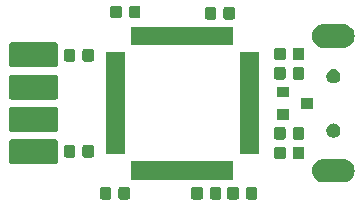
<source format=gbr>
G04 #@! TF.GenerationSoftware,KiCad,Pcbnew,5.1.6-c6e7f7d~86~ubuntu20.04.1*
G04 #@! TF.CreationDate,2020-05-29T14:13:17+02:00*
G04 #@! TF.ProjectId,atari-usb,61746172-692d-4757-9362-2e6b69636164,rev?*
G04 #@! TF.SameCoordinates,Original*
G04 #@! TF.FileFunction,Soldermask,Bot*
G04 #@! TF.FilePolarity,Negative*
%FSLAX46Y46*%
G04 Gerber Fmt 4.6, Leading zero omitted, Abs format (unit mm)*
G04 Created by KiCad (PCBNEW 5.1.6-c6e7f7d~86~ubuntu20.04.1) date 2020-05-29 14:13:17*
%MOMM*%
%LPD*%
G01*
G04 APERTURE LIST*
%ADD10C,0.100000*%
G04 APERTURE END LIST*
D10*
G36*
X142734591Y-91553085D02*
G01*
X142768569Y-91563393D01*
X142799890Y-91580134D01*
X142827339Y-91602661D01*
X142849866Y-91630110D01*
X142866607Y-91661431D01*
X142876915Y-91695409D01*
X142881000Y-91736890D01*
X142881000Y-92413110D01*
X142876915Y-92454591D01*
X142866607Y-92488569D01*
X142849866Y-92519890D01*
X142827339Y-92547339D01*
X142799890Y-92569866D01*
X142768569Y-92586607D01*
X142734591Y-92596915D01*
X142693110Y-92601000D01*
X142091890Y-92601000D01*
X142050409Y-92596915D01*
X142016431Y-92586607D01*
X141985110Y-92569866D01*
X141957661Y-92547339D01*
X141935134Y-92519890D01*
X141918393Y-92488569D01*
X141908085Y-92454591D01*
X141904000Y-92413110D01*
X141904000Y-91736890D01*
X141908085Y-91695409D01*
X141918393Y-91661431D01*
X141935134Y-91630110D01*
X141957661Y-91602661D01*
X141985110Y-91580134D01*
X142016431Y-91563393D01*
X142050409Y-91553085D01*
X142091890Y-91549000D01*
X142693110Y-91549000D01*
X142734591Y-91553085D01*
G37*
G36*
X141159591Y-91553085D02*
G01*
X141193569Y-91563393D01*
X141224890Y-91580134D01*
X141252339Y-91602661D01*
X141274866Y-91630110D01*
X141291607Y-91661431D01*
X141301915Y-91695409D01*
X141306000Y-91736890D01*
X141306000Y-92413110D01*
X141301915Y-92454591D01*
X141291607Y-92488569D01*
X141274866Y-92519890D01*
X141252339Y-92547339D01*
X141224890Y-92569866D01*
X141193569Y-92586607D01*
X141159591Y-92596915D01*
X141118110Y-92601000D01*
X140516890Y-92601000D01*
X140475409Y-92596915D01*
X140441431Y-92586607D01*
X140410110Y-92569866D01*
X140382661Y-92547339D01*
X140360134Y-92519890D01*
X140343393Y-92488569D01*
X140333085Y-92454591D01*
X140329000Y-92413110D01*
X140329000Y-91736890D01*
X140333085Y-91695409D01*
X140343393Y-91661431D01*
X140360134Y-91630110D01*
X140382661Y-91602661D01*
X140410110Y-91580134D01*
X140441431Y-91563393D01*
X140475409Y-91553085D01*
X140516890Y-91549000D01*
X141118110Y-91549000D01*
X141159591Y-91553085D01*
G37*
G36*
X139686591Y-91553085D02*
G01*
X139720569Y-91563393D01*
X139751890Y-91580134D01*
X139779339Y-91602661D01*
X139801866Y-91630110D01*
X139818607Y-91661431D01*
X139828915Y-91695409D01*
X139833000Y-91736890D01*
X139833000Y-92413110D01*
X139828915Y-92454591D01*
X139818607Y-92488569D01*
X139801866Y-92519890D01*
X139779339Y-92547339D01*
X139751890Y-92569866D01*
X139720569Y-92586607D01*
X139686591Y-92596915D01*
X139645110Y-92601000D01*
X139043890Y-92601000D01*
X139002409Y-92596915D01*
X138968431Y-92586607D01*
X138937110Y-92569866D01*
X138909661Y-92547339D01*
X138887134Y-92519890D01*
X138870393Y-92488569D01*
X138860085Y-92454591D01*
X138856000Y-92413110D01*
X138856000Y-91736890D01*
X138860085Y-91695409D01*
X138870393Y-91661431D01*
X138887134Y-91630110D01*
X138909661Y-91602661D01*
X138937110Y-91580134D01*
X138968431Y-91563393D01*
X139002409Y-91553085D01*
X139043890Y-91549000D01*
X139645110Y-91549000D01*
X139686591Y-91553085D01*
G37*
G36*
X138111591Y-91553085D02*
G01*
X138145569Y-91563393D01*
X138176890Y-91580134D01*
X138204339Y-91602661D01*
X138226866Y-91630110D01*
X138243607Y-91661431D01*
X138253915Y-91695409D01*
X138258000Y-91736890D01*
X138258000Y-92413110D01*
X138253915Y-92454591D01*
X138243607Y-92488569D01*
X138226866Y-92519890D01*
X138204339Y-92547339D01*
X138176890Y-92569866D01*
X138145569Y-92586607D01*
X138111591Y-92596915D01*
X138070110Y-92601000D01*
X137468890Y-92601000D01*
X137427409Y-92596915D01*
X137393431Y-92586607D01*
X137362110Y-92569866D01*
X137334661Y-92547339D01*
X137312134Y-92519890D01*
X137295393Y-92488569D01*
X137285085Y-92454591D01*
X137281000Y-92413110D01*
X137281000Y-91736890D01*
X137285085Y-91695409D01*
X137295393Y-91661431D01*
X137312134Y-91630110D01*
X137334661Y-91602661D01*
X137362110Y-91580134D01*
X137393431Y-91563393D01*
X137427409Y-91553085D01*
X137468890Y-91549000D01*
X138070110Y-91549000D01*
X138111591Y-91553085D01*
G37*
G36*
X131939591Y-91553085D02*
G01*
X131973569Y-91563393D01*
X132004890Y-91580134D01*
X132032339Y-91602661D01*
X132054866Y-91630110D01*
X132071607Y-91661431D01*
X132081915Y-91695409D01*
X132086000Y-91736890D01*
X132086000Y-92413110D01*
X132081915Y-92454591D01*
X132071607Y-92488569D01*
X132054866Y-92519890D01*
X132032339Y-92547339D01*
X132004890Y-92569866D01*
X131973569Y-92586607D01*
X131939591Y-92596915D01*
X131898110Y-92601000D01*
X131296890Y-92601000D01*
X131255409Y-92596915D01*
X131221431Y-92586607D01*
X131190110Y-92569866D01*
X131162661Y-92547339D01*
X131140134Y-92519890D01*
X131123393Y-92488569D01*
X131113085Y-92454591D01*
X131109000Y-92413110D01*
X131109000Y-91736890D01*
X131113085Y-91695409D01*
X131123393Y-91661431D01*
X131140134Y-91630110D01*
X131162661Y-91602661D01*
X131190110Y-91580134D01*
X131221431Y-91563393D01*
X131255409Y-91553085D01*
X131296890Y-91549000D01*
X131898110Y-91549000D01*
X131939591Y-91553085D01*
G37*
G36*
X130364591Y-91553085D02*
G01*
X130398569Y-91563393D01*
X130429890Y-91580134D01*
X130457339Y-91602661D01*
X130479866Y-91630110D01*
X130496607Y-91661431D01*
X130506915Y-91695409D01*
X130511000Y-91736890D01*
X130511000Y-92413110D01*
X130506915Y-92454591D01*
X130496607Y-92488569D01*
X130479866Y-92519890D01*
X130457339Y-92547339D01*
X130429890Y-92569866D01*
X130398569Y-92586607D01*
X130364591Y-92596915D01*
X130323110Y-92601000D01*
X129721890Y-92601000D01*
X129680409Y-92596915D01*
X129646431Y-92586607D01*
X129615110Y-92569866D01*
X129587661Y-92547339D01*
X129565134Y-92519890D01*
X129548393Y-92488569D01*
X129538085Y-92454591D01*
X129534000Y-92413110D01*
X129534000Y-91736890D01*
X129538085Y-91695409D01*
X129548393Y-91661431D01*
X129565134Y-91630110D01*
X129587661Y-91602661D01*
X129615110Y-91580134D01*
X129646431Y-91563393D01*
X129680409Y-91553085D01*
X129721890Y-91549000D01*
X130323110Y-91549000D01*
X130364591Y-91553085D01*
G37*
G36*
X150306228Y-89168483D02*
G01*
X150494922Y-89225723D01*
X150668815Y-89318671D01*
X150821239Y-89443761D01*
X150946329Y-89596185D01*
X151039277Y-89770078D01*
X151096517Y-89958772D01*
X151115843Y-90155000D01*
X151096517Y-90351228D01*
X151039277Y-90539922D01*
X150946329Y-90713815D01*
X150821239Y-90866239D01*
X150668815Y-90991329D01*
X150494922Y-91084277D01*
X150306228Y-91141517D01*
X150159175Y-91156000D01*
X148460825Y-91156000D01*
X148313772Y-91141517D01*
X148125078Y-91084277D01*
X147951185Y-90991329D01*
X147798761Y-90866239D01*
X147673671Y-90713815D01*
X147580723Y-90539922D01*
X147523483Y-90351228D01*
X147504157Y-90155000D01*
X147523483Y-89958772D01*
X147580723Y-89770078D01*
X147673671Y-89596185D01*
X147798761Y-89443761D01*
X147951185Y-89318671D01*
X148125078Y-89225723D01*
X148313772Y-89168483D01*
X148460825Y-89154000D01*
X150159175Y-89154000D01*
X150306228Y-89168483D01*
G37*
G36*
X140851000Y-90956000D02*
G01*
X132199000Y-90956000D01*
X132199000Y-89354000D01*
X140851000Y-89354000D01*
X140851000Y-90956000D01*
G37*
G36*
X125823494Y-87518111D02*
G01*
X125857726Y-87528496D01*
X125889286Y-87545365D01*
X125916940Y-87568060D01*
X125939635Y-87595714D01*
X125956504Y-87627274D01*
X125966889Y-87661506D01*
X125971000Y-87703252D01*
X125971000Y-89426748D01*
X125966889Y-89468494D01*
X125956504Y-89502726D01*
X125939635Y-89534286D01*
X125916940Y-89561940D01*
X125889286Y-89584635D01*
X125857726Y-89601504D01*
X125823494Y-89611889D01*
X125781748Y-89616000D01*
X122058252Y-89616000D01*
X122016506Y-89611889D01*
X121982274Y-89601504D01*
X121950714Y-89584635D01*
X121923060Y-89561940D01*
X121900365Y-89534286D01*
X121883496Y-89502726D01*
X121873111Y-89468494D01*
X121869000Y-89426748D01*
X121869000Y-87703252D01*
X121873111Y-87661506D01*
X121883496Y-87627274D01*
X121900365Y-87595714D01*
X121923060Y-87568060D01*
X121950714Y-87545365D01*
X121982274Y-87528496D01*
X122016506Y-87518111D01*
X122058252Y-87514000D01*
X125781748Y-87514000D01*
X125823494Y-87518111D01*
G37*
G36*
X146697091Y-88124085D02*
G01*
X146731069Y-88134393D01*
X146762390Y-88151134D01*
X146789839Y-88173661D01*
X146812366Y-88201110D01*
X146829107Y-88232431D01*
X146839415Y-88266409D01*
X146843500Y-88307890D01*
X146843500Y-88984110D01*
X146839415Y-89025591D01*
X146829107Y-89059569D01*
X146812366Y-89090890D01*
X146789839Y-89118339D01*
X146762390Y-89140866D01*
X146731069Y-89157607D01*
X146697091Y-89167915D01*
X146655610Y-89172000D01*
X146054390Y-89172000D01*
X146012909Y-89167915D01*
X145978931Y-89157607D01*
X145947610Y-89140866D01*
X145920161Y-89118339D01*
X145897634Y-89090890D01*
X145880893Y-89059569D01*
X145870585Y-89025591D01*
X145866500Y-88984110D01*
X145866500Y-88307890D01*
X145870585Y-88266409D01*
X145880893Y-88232431D01*
X145897634Y-88201110D01*
X145920161Y-88173661D01*
X145947610Y-88151134D01*
X145978931Y-88134393D01*
X146012909Y-88124085D01*
X146054390Y-88120000D01*
X146655610Y-88120000D01*
X146697091Y-88124085D01*
G37*
G36*
X145122091Y-88124085D02*
G01*
X145156069Y-88134393D01*
X145187390Y-88151134D01*
X145214839Y-88173661D01*
X145237366Y-88201110D01*
X145254107Y-88232431D01*
X145264415Y-88266409D01*
X145268500Y-88307890D01*
X145268500Y-88984110D01*
X145264415Y-89025591D01*
X145254107Y-89059569D01*
X145237366Y-89090890D01*
X145214839Y-89118339D01*
X145187390Y-89140866D01*
X145156069Y-89157607D01*
X145122091Y-89167915D01*
X145080610Y-89172000D01*
X144479390Y-89172000D01*
X144437909Y-89167915D01*
X144403931Y-89157607D01*
X144372610Y-89140866D01*
X144345161Y-89118339D01*
X144322634Y-89090890D01*
X144305893Y-89059569D01*
X144295585Y-89025591D01*
X144291500Y-88984110D01*
X144291500Y-88307890D01*
X144295585Y-88266409D01*
X144305893Y-88232431D01*
X144322634Y-88201110D01*
X144345161Y-88173661D01*
X144372610Y-88151134D01*
X144403931Y-88134393D01*
X144437909Y-88124085D01*
X144479390Y-88120000D01*
X145080610Y-88120000D01*
X145122091Y-88124085D01*
G37*
G36*
X127316591Y-87997085D02*
G01*
X127350569Y-88007393D01*
X127381890Y-88024134D01*
X127409339Y-88046661D01*
X127431866Y-88074110D01*
X127448607Y-88105431D01*
X127458915Y-88139409D01*
X127463000Y-88180890D01*
X127463000Y-88857110D01*
X127458915Y-88898591D01*
X127448607Y-88932569D01*
X127431866Y-88963890D01*
X127409339Y-88991339D01*
X127381890Y-89013866D01*
X127350569Y-89030607D01*
X127316591Y-89040915D01*
X127275110Y-89045000D01*
X126673890Y-89045000D01*
X126632409Y-89040915D01*
X126598431Y-89030607D01*
X126567110Y-89013866D01*
X126539661Y-88991339D01*
X126517134Y-88963890D01*
X126500393Y-88932569D01*
X126490085Y-88898591D01*
X126486000Y-88857110D01*
X126486000Y-88180890D01*
X126490085Y-88139409D01*
X126500393Y-88105431D01*
X126517134Y-88074110D01*
X126539661Y-88046661D01*
X126567110Y-88024134D01*
X126598431Y-88007393D01*
X126632409Y-87997085D01*
X126673890Y-87993000D01*
X127275110Y-87993000D01*
X127316591Y-87997085D01*
G37*
G36*
X128891591Y-87997085D02*
G01*
X128925569Y-88007393D01*
X128956890Y-88024134D01*
X128984339Y-88046661D01*
X129006866Y-88074110D01*
X129023607Y-88105431D01*
X129033915Y-88139409D01*
X129038000Y-88180890D01*
X129038000Y-88857110D01*
X129033915Y-88898591D01*
X129023607Y-88932569D01*
X129006866Y-88963890D01*
X128984339Y-88991339D01*
X128956890Y-89013866D01*
X128925569Y-89030607D01*
X128891591Y-89040915D01*
X128850110Y-89045000D01*
X128248890Y-89045000D01*
X128207409Y-89040915D01*
X128173431Y-89030607D01*
X128142110Y-89013866D01*
X128114661Y-88991339D01*
X128092134Y-88963890D01*
X128075393Y-88932569D01*
X128065085Y-88898591D01*
X128061000Y-88857110D01*
X128061000Y-88180890D01*
X128065085Y-88139409D01*
X128075393Y-88105431D01*
X128092134Y-88074110D01*
X128114661Y-88046661D01*
X128142110Y-88024134D01*
X128173431Y-88007393D01*
X128207409Y-87997085D01*
X128248890Y-87993000D01*
X128850110Y-87993000D01*
X128891591Y-87997085D01*
G37*
G36*
X131626000Y-88781000D02*
G01*
X130024000Y-88781000D01*
X130024000Y-80129000D01*
X131626000Y-80129000D01*
X131626000Y-88781000D01*
G37*
G36*
X143026000Y-88781000D02*
G01*
X141424000Y-88781000D01*
X141424000Y-80129000D01*
X143026000Y-80129000D01*
X143026000Y-88781000D01*
G37*
G36*
X145122091Y-86473085D02*
G01*
X145156069Y-86483393D01*
X145187390Y-86500134D01*
X145214839Y-86522661D01*
X145237366Y-86550110D01*
X145254107Y-86581431D01*
X145264415Y-86615409D01*
X145268500Y-86656890D01*
X145268500Y-87333110D01*
X145264415Y-87374591D01*
X145254107Y-87408569D01*
X145237366Y-87439890D01*
X145214839Y-87467339D01*
X145187390Y-87489866D01*
X145156069Y-87506607D01*
X145122091Y-87516915D01*
X145080610Y-87521000D01*
X144479390Y-87521000D01*
X144437909Y-87516915D01*
X144403931Y-87506607D01*
X144372610Y-87489866D01*
X144345161Y-87467339D01*
X144322634Y-87439890D01*
X144305893Y-87408569D01*
X144295585Y-87374591D01*
X144291500Y-87333110D01*
X144291500Y-86656890D01*
X144295585Y-86615409D01*
X144305893Y-86581431D01*
X144322634Y-86550110D01*
X144345161Y-86522661D01*
X144372610Y-86500134D01*
X144403931Y-86483393D01*
X144437909Y-86473085D01*
X144479390Y-86469000D01*
X145080610Y-86469000D01*
X145122091Y-86473085D01*
G37*
G36*
X146697091Y-86473085D02*
G01*
X146731069Y-86483393D01*
X146762390Y-86500134D01*
X146789839Y-86522661D01*
X146812366Y-86550110D01*
X146829107Y-86581431D01*
X146839415Y-86615409D01*
X146843500Y-86656890D01*
X146843500Y-87333110D01*
X146839415Y-87374591D01*
X146829107Y-87408569D01*
X146812366Y-87439890D01*
X146789839Y-87467339D01*
X146762390Y-87489866D01*
X146731069Y-87506607D01*
X146697091Y-87516915D01*
X146655610Y-87521000D01*
X146054390Y-87521000D01*
X146012909Y-87516915D01*
X145978931Y-87506607D01*
X145947610Y-87489866D01*
X145920161Y-87467339D01*
X145897634Y-87439890D01*
X145880893Y-87408569D01*
X145870585Y-87374591D01*
X145866500Y-87333110D01*
X145866500Y-86656890D01*
X145870585Y-86615409D01*
X145880893Y-86581431D01*
X145897634Y-86550110D01*
X145920161Y-86522661D01*
X145947610Y-86500134D01*
X145978931Y-86483393D01*
X146012909Y-86473085D01*
X146054390Y-86469000D01*
X146655610Y-86469000D01*
X146697091Y-86473085D01*
G37*
G36*
X149446601Y-86169397D02*
G01*
X149485305Y-86177096D01*
X149517340Y-86190365D01*
X149594680Y-86222400D01*
X149693115Y-86288173D01*
X149776827Y-86371885D01*
X149842600Y-86470320D01*
X149887904Y-86579696D01*
X149911000Y-86695805D01*
X149911000Y-86814195D01*
X149887904Y-86930304D01*
X149842600Y-87039680D01*
X149776827Y-87138115D01*
X149693115Y-87221827D01*
X149594680Y-87287600D01*
X149517340Y-87319635D01*
X149485305Y-87332904D01*
X149446601Y-87340603D01*
X149369195Y-87356000D01*
X149250805Y-87356000D01*
X149173399Y-87340603D01*
X149134695Y-87332904D01*
X149102660Y-87319635D01*
X149025320Y-87287600D01*
X148926885Y-87221827D01*
X148843173Y-87138115D01*
X148777400Y-87039680D01*
X148732096Y-86930304D01*
X148709000Y-86814195D01*
X148709000Y-86695805D01*
X148732096Y-86579696D01*
X148777400Y-86470320D01*
X148843173Y-86371885D01*
X148926885Y-86288173D01*
X149025320Y-86222400D01*
X149102660Y-86190365D01*
X149134695Y-86177096D01*
X149173399Y-86169397D01*
X149250805Y-86154000D01*
X149369195Y-86154000D01*
X149446601Y-86169397D01*
G37*
G36*
X125823494Y-84778111D02*
G01*
X125857726Y-84788496D01*
X125889286Y-84805365D01*
X125916940Y-84828060D01*
X125939635Y-84855714D01*
X125956504Y-84887274D01*
X125966889Y-84921506D01*
X125971000Y-84963252D01*
X125971000Y-86686748D01*
X125966889Y-86728494D01*
X125956504Y-86762726D01*
X125939635Y-86794286D01*
X125916940Y-86821940D01*
X125889286Y-86844635D01*
X125857726Y-86861504D01*
X125823494Y-86871889D01*
X125781748Y-86876000D01*
X122058252Y-86876000D01*
X122016506Y-86871889D01*
X121982274Y-86861504D01*
X121950714Y-86844635D01*
X121923060Y-86821940D01*
X121900365Y-86794286D01*
X121883496Y-86762726D01*
X121873111Y-86728494D01*
X121869000Y-86686748D01*
X121869000Y-84963252D01*
X121873111Y-84921506D01*
X121883496Y-84887274D01*
X121900365Y-84855714D01*
X121923060Y-84828060D01*
X121950714Y-84805365D01*
X121982274Y-84788496D01*
X122016506Y-84778111D01*
X122058252Y-84774000D01*
X125781748Y-84774000D01*
X125823494Y-84778111D01*
G37*
G36*
X145551000Y-85856000D02*
G01*
X144549000Y-85856000D01*
X144549000Y-84954000D01*
X145551000Y-84954000D01*
X145551000Y-85856000D01*
G37*
G36*
X147551000Y-84906000D02*
G01*
X146549000Y-84906000D01*
X146549000Y-84004000D01*
X147551000Y-84004000D01*
X147551000Y-84906000D01*
G37*
G36*
X125823494Y-82038111D02*
G01*
X125857726Y-82048496D01*
X125889286Y-82065365D01*
X125916940Y-82088060D01*
X125939635Y-82115714D01*
X125956504Y-82147274D01*
X125966889Y-82181506D01*
X125971000Y-82223252D01*
X125971000Y-83946748D01*
X125966889Y-83988494D01*
X125956504Y-84022726D01*
X125939635Y-84054286D01*
X125916940Y-84081940D01*
X125889286Y-84104635D01*
X125857726Y-84121504D01*
X125823494Y-84131889D01*
X125781748Y-84136000D01*
X122058252Y-84136000D01*
X122016506Y-84131889D01*
X121982274Y-84121504D01*
X121950714Y-84104635D01*
X121923060Y-84081940D01*
X121900365Y-84054286D01*
X121883496Y-84022726D01*
X121873111Y-83988494D01*
X121869000Y-83946748D01*
X121869000Y-82223252D01*
X121873111Y-82181506D01*
X121883496Y-82147274D01*
X121900365Y-82115714D01*
X121923060Y-82088060D01*
X121950714Y-82065365D01*
X121982274Y-82048496D01*
X122016506Y-82038111D01*
X122058252Y-82034000D01*
X125781748Y-82034000D01*
X125823494Y-82038111D01*
G37*
G36*
X145551000Y-83956000D02*
G01*
X144549000Y-83956000D01*
X144549000Y-83054000D01*
X145551000Y-83054000D01*
X145551000Y-83956000D01*
G37*
G36*
X149446601Y-81569397D02*
G01*
X149485305Y-81577096D01*
X149505833Y-81585599D01*
X149594680Y-81622400D01*
X149693115Y-81688173D01*
X149776827Y-81771885D01*
X149842600Y-81870320D01*
X149887904Y-81979696D01*
X149911000Y-82095805D01*
X149911000Y-82214195D01*
X149887904Y-82330304D01*
X149842600Y-82439680D01*
X149776827Y-82538115D01*
X149693115Y-82621827D01*
X149594680Y-82687600D01*
X149517340Y-82719635D01*
X149485305Y-82732904D01*
X149446601Y-82740603D01*
X149369195Y-82756000D01*
X149250805Y-82756000D01*
X149173399Y-82740603D01*
X149134695Y-82732904D01*
X149102660Y-82719635D01*
X149025320Y-82687600D01*
X148926885Y-82621827D01*
X148843173Y-82538115D01*
X148777400Y-82439680D01*
X148732096Y-82330304D01*
X148709000Y-82214195D01*
X148709000Y-82095805D01*
X148732096Y-81979696D01*
X148777400Y-81870320D01*
X148843173Y-81771885D01*
X148926885Y-81688173D01*
X149025320Y-81622400D01*
X149114167Y-81585599D01*
X149134695Y-81577096D01*
X149173399Y-81569397D01*
X149250805Y-81554000D01*
X149369195Y-81554000D01*
X149446601Y-81569397D01*
G37*
G36*
X146697091Y-81393085D02*
G01*
X146731069Y-81403393D01*
X146762390Y-81420134D01*
X146789839Y-81442661D01*
X146812366Y-81470110D01*
X146829107Y-81501431D01*
X146839415Y-81535409D01*
X146843500Y-81576890D01*
X146843500Y-82253110D01*
X146839415Y-82294591D01*
X146829107Y-82328569D01*
X146812366Y-82359890D01*
X146789839Y-82387339D01*
X146762390Y-82409866D01*
X146731069Y-82426607D01*
X146697091Y-82436915D01*
X146655610Y-82441000D01*
X146054390Y-82441000D01*
X146012909Y-82436915D01*
X145978931Y-82426607D01*
X145947610Y-82409866D01*
X145920161Y-82387339D01*
X145897634Y-82359890D01*
X145880893Y-82328569D01*
X145870585Y-82294591D01*
X145866500Y-82253110D01*
X145866500Y-81576890D01*
X145870585Y-81535409D01*
X145880893Y-81501431D01*
X145897634Y-81470110D01*
X145920161Y-81442661D01*
X145947610Y-81420134D01*
X145978931Y-81403393D01*
X146012909Y-81393085D01*
X146054390Y-81389000D01*
X146655610Y-81389000D01*
X146697091Y-81393085D01*
G37*
G36*
X145122091Y-81393085D02*
G01*
X145156069Y-81403393D01*
X145187390Y-81420134D01*
X145214839Y-81442661D01*
X145237366Y-81470110D01*
X145254107Y-81501431D01*
X145264415Y-81535409D01*
X145268500Y-81576890D01*
X145268500Y-82253110D01*
X145264415Y-82294591D01*
X145254107Y-82328569D01*
X145237366Y-82359890D01*
X145214839Y-82387339D01*
X145187390Y-82409866D01*
X145156069Y-82426607D01*
X145122091Y-82436915D01*
X145080610Y-82441000D01*
X144479390Y-82441000D01*
X144437909Y-82436915D01*
X144403931Y-82426607D01*
X144372610Y-82409866D01*
X144345161Y-82387339D01*
X144322634Y-82359890D01*
X144305893Y-82328569D01*
X144295585Y-82294591D01*
X144291500Y-82253110D01*
X144291500Y-81576890D01*
X144295585Y-81535409D01*
X144305893Y-81501431D01*
X144322634Y-81470110D01*
X144345161Y-81442661D01*
X144372610Y-81420134D01*
X144403931Y-81403393D01*
X144437909Y-81393085D01*
X144479390Y-81389000D01*
X145080610Y-81389000D01*
X145122091Y-81393085D01*
G37*
G36*
X125823494Y-79298111D02*
G01*
X125857726Y-79308496D01*
X125889286Y-79325365D01*
X125916940Y-79348060D01*
X125939635Y-79375714D01*
X125956504Y-79407274D01*
X125966889Y-79441506D01*
X125971000Y-79483252D01*
X125971000Y-81206748D01*
X125966889Y-81248494D01*
X125956504Y-81282726D01*
X125939635Y-81314286D01*
X125916940Y-81341940D01*
X125889286Y-81364635D01*
X125857726Y-81381504D01*
X125823494Y-81391889D01*
X125781748Y-81396000D01*
X122058252Y-81396000D01*
X122016506Y-81391889D01*
X121982274Y-81381504D01*
X121950714Y-81364635D01*
X121923060Y-81341940D01*
X121900365Y-81314286D01*
X121883496Y-81282726D01*
X121873111Y-81248494D01*
X121869000Y-81206748D01*
X121869000Y-79483252D01*
X121873111Y-79441506D01*
X121883496Y-79407274D01*
X121900365Y-79375714D01*
X121923060Y-79348060D01*
X121950714Y-79325365D01*
X121982274Y-79308496D01*
X122016506Y-79298111D01*
X122058252Y-79294000D01*
X125781748Y-79294000D01*
X125823494Y-79298111D01*
G37*
G36*
X128891591Y-79869085D02*
G01*
X128925569Y-79879393D01*
X128956890Y-79896134D01*
X128984339Y-79918661D01*
X129006866Y-79946110D01*
X129023607Y-79977431D01*
X129033915Y-80011409D01*
X129038000Y-80052890D01*
X129038000Y-80729110D01*
X129033915Y-80770591D01*
X129023607Y-80804569D01*
X129006866Y-80835890D01*
X128984339Y-80863339D01*
X128956890Y-80885866D01*
X128925569Y-80902607D01*
X128891591Y-80912915D01*
X128850110Y-80917000D01*
X128248890Y-80917000D01*
X128207409Y-80912915D01*
X128173431Y-80902607D01*
X128142110Y-80885866D01*
X128114661Y-80863339D01*
X128092134Y-80835890D01*
X128075393Y-80804569D01*
X128065085Y-80770591D01*
X128061000Y-80729110D01*
X128061000Y-80052890D01*
X128065085Y-80011409D01*
X128075393Y-79977431D01*
X128092134Y-79946110D01*
X128114661Y-79918661D01*
X128142110Y-79896134D01*
X128173431Y-79879393D01*
X128207409Y-79869085D01*
X128248890Y-79865000D01*
X128850110Y-79865000D01*
X128891591Y-79869085D01*
G37*
G36*
X127316591Y-79869085D02*
G01*
X127350569Y-79879393D01*
X127381890Y-79896134D01*
X127409339Y-79918661D01*
X127431866Y-79946110D01*
X127448607Y-79977431D01*
X127458915Y-80011409D01*
X127463000Y-80052890D01*
X127463000Y-80729110D01*
X127458915Y-80770591D01*
X127448607Y-80804569D01*
X127431866Y-80835890D01*
X127409339Y-80863339D01*
X127381890Y-80885866D01*
X127350569Y-80902607D01*
X127316591Y-80912915D01*
X127275110Y-80917000D01*
X126673890Y-80917000D01*
X126632409Y-80912915D01*
X126598431Y-80902607D01*
X126567110Y-80885866D01*
X126539661Y-80863339D01*
X126517134Y-80835890D01*
X126500393Y-80804569D01*
X126490085Y-80770591D01*
X126486000Y-80729110D01*
X126486000Y-80052890D01*
X126490085Y-80011409D01*
X126500393Y-79977431D01*
X126517134Y-79946110D01*
X126539661Y-79918661D01*
X126567110Y-79896134D01*
X126598431Y-79879393D01*
X126632409Y-79869085D01*
X126673890Y-79865000D01*
X127275110Y-79865000D01*
X127316591Y-79869085D01*
G37*
G36*
X145122091Y-79742085D02*
G01*
X145156069Y-79752393D01*
X145187390Y-79769134D01*
X145214839Y-79791661D01*
X145237366Y-79819110D01*
X145254107Y-79850431D01*
X145264415Y-79884409D01*
X145268500Y-79925890D01*
X145268500Y-80602110D01*
X145264415Y-80643591D01*
X145254107Y-80677569D01*
X145237366Y-80708890D01*
X145214839Y-80736339D01*
X145187390Y-80758866D01*
X145156069Y-80775607D01*
X145122091Y-80785915D01*
X145080610Y-80790000D01*
X144479390Y-80790000D01*
X144437909Y-80785915D01*
X144403931Y-80775607D01*
X144372610Y-80758866D01*
X144345161Y-80736339D01*
X144322634Y-80708890D01*
X144305893Y-80677569D01*
X144295585Y-80643591D01*
X144291500Y-80602110D01*
X144291500Y-79925890D01*
X144295585Y-79884409D01*
X144305893Y-79850431D01*
X144322634Y-79819110D01*
X144345161Y-79791661D01*
X144372610Y-79769134D01*
X144403931Y-79752393D01*
X144437909Y-79742085D01*
X144479390Y-79738000D01*
X145080610Y-79738000D01*
X145122091Y-79742085D01*
G37*
G36*
X146697091Y-79742085D02*
G01*
X146731069Y-79752393D01*
X146762390Y-79769134D01*
X146789839Y-79791661D01*
X146812366Y-79819110D01*
X146829107Y-79850431D01*
X146839415Y-79884409D01*
X146843500Y-79925890D01*
X146843500Y-80602110D01*
X146839415Y-80643591D01*
X146829107Y-80677569D01*
X146812366Y-80708890D01*
X146789839Y-80736339D01*
X146762390Y-80758866D01*
X146731069Y-80775607D01*
X146697091Y-80785915D01*
X146655610Y-80790000D01*
X146054390Y-80790000D01*
X146012909Y-80785915D01*
X145978931Y-80775607D01*
X145947610Y-80758866D01*
X145920161Y-80736339D01*
X145897634Y-80708890D01*
X145880893Y-80677569D01*
X145870585Y-80643591D01*
X145866500Y-80602110D01*
X145866500Y-79925890D01*
X145870585Y-79884409D01*
X145880893Y-79850431D01*
X145897634Y-79819110D01*
X145920161Y-79791661D01*
X145947610Y-79769134D01*
X145978931Y-79752393D01*
X146012909Y-79742085D01*
X146054390Y-79738000D01*
X146655610Y-79738000D01*
X146697091Y-79742085D01*
G37*
G36*
X150306228Y-77768483D02*
G01*
X150494922Y-77825723D01*
X150668815Y-77918671D01*
X150821239Y-78043761D01*
X150946329Y-78196185D01*
X151039277Y-78370078D01*
X151096517Y-78558772D01*
X151115843Y-78755000D01*
X151096517Y-78951228D01*
X151039277Y-79139922D01*
X150946329Y-79313815D01*
X150821239Y-79466239D01*
X150668815Y-79591329D01*
X150494922Y-79684277D01*
X150306228Y-79741517D01*
X150159175Y-79756000D01*
X148460825Y-79756000D01*
X148313772Y-79741517D01*
X148125078Y-79684277D01*
X147951185Y-79591329D01*
X147798761Y-79466239D01*
X147673671Y-79313815D01*
X147580723Y-79139922D01*
X147523483Y-78951228D01*
X147504157Y-78755000D01*
X147523483Y-78558772D01*
X147580723Y-78370078D01*
X147673671Y-78196185D01*
X147798761Y-78043761D01*
X147951185Y-77918671D01*
X148125078Y-77825723D01*
X148313772Y-77768483D01*
X148460825Y-77754000D01*
X150159175Y-77754000D01*
X150306228Y-77768483D01*
G37*
G36*
X140851000Y-79556000D02*
G01*
X132199000Y-79556000D01*
X132199000Y-77954000D01*
X140851000Y-77954000D01*
X140851000Y-79556000D01*
G37*
G36*
X140829591Y-76313085D02*
G01*
X140863569Y-76323393D01*
X140894890Y-76340134D01*
X140922339Y-76362661D01*
X140944866Y-76390110D01*
X140961607Y-76421431D01*
X140971915Y-76455409D01*
X140976000Y-76496890D01*
X140976000Y-77173110D01*
X140971915Y-77214591D01*
X140961607Y-77248569D01*
X140944866Y-77279890D01*
X140922339Y-77307339D01*
X140894890Y-77329866D01*
X140863569Y-77346607D01*
X140829591Y-77356915D01*
X140788110Y-77361000D01*
X140186890Y-77361000D01*
X140145409Y-77356915D01*
X140111431Y-77346607D01*
X140080110Y-77329866D01*
X140052661Y-77307339D01*
X140030134Y-77279890D01*
X140013393Y-77248569D01*
X140003085Y-77214591D01*
X139999000Y-77173110D01*
X139999000Y-76496890D01*
X140003085Y-76455409D01*
X140013393Y-76421431D01*
X140030134Y-76390110D01*
X140052661Y-76362661D01*
X140080110Y-76340134D01*
X140111431Y-76323393D01*
X140145409Y-76313085D01*
X140186890Y-76309000D01*
X140788110Y-76309000D01*
X140829591Y-76313085D01*
G37*
G36*
X139254591Y-76313085D02*
G01*
X139288569Y-76323393D01*
X139319890Y-76340134D01*
X139347339Y-76362661D01*
X139369866Y-76390110D01*
X139386607Y-76421431D01*
X139396915Y-76455409D01*
X139401000Y-76496890D01*
X139401000Y-77173110D01*
X139396915Y-77214591D01*
X139386607Y-77248569D01*
X139369866Y-77279890D01*
X139347339Y-77307339D01*
X139319890Y-77329866D01*
X139288569Y-77346607D01*
X139254591Y-77356915D01*
X139213110Y-77361000D01*
X138611890Y-77361000D01*
X138570409Y-77356915D01*
X138536431Y-77346607D01*
X138505110Y-77329866D01*
X138477661Y-77307339D01*
X138455134Y-77279890D01*
X138438393Y-77248569D01*
X138428085Y-77214591D01*
X138424000Y-77173110D01*
X138424000Y-76496890D01*
X138428085Y-76455409D01*
X138438393Y-76421431D01*
X138455134Y-76390110D01*
X138477661Y-76362661D01*
X138505110Y-76340134D01*
X138536431Y-76323393D01*
X138570409Y-76313085D01*
X138611890Y-76309000D01*
X139213110Y-76309000D01*
X139254591Y-76313085D01*
G37*
G36*
X132828591Y-76186085D02*
G01*
X132862569Y-76196393D01*
X132893890Y-76213134D01*
X132921339Y-76235661D01*
X132943866Y-76263110D01*
X132960607Y-76294431D01*
X132970915Y-76328409D01*
X132975000Y-76369890D01*
X132975000Y-77046110D01*
X132970915Y-77087591D01*
X132960607Y-77121569D01*
X132943866Y-77152890D01*
X132921339Y-77180339D01*
X132893890Y-77202866D01*
X132862569Y-77219607D01*
X132828591Y-77229915D01*
X132787110Y-77234000D01*
X132185890Y-77234000D01*
X132144409Y-77229915D01*
X132110431Y-77219607D01*
X132079110Y-77202866D01*
X132051661Y-77180339D01*
X132029134Y-77152890D01*
X132012393Y-77121569D01*
X132002085Y-77087591D01*
X131998000Y-77046110D01*
X131998000Y-76369890D01*
X132002085Y-76328409D01*
X132012393Y-76294431D01*
X132029134Y-76263110D01*
X132051661Y-76235661D01*
X132079110Y-76213134D01*
X132110431Y-76196393D01*
X132144409Y-76186085D01*
X132185890Y-76182000D01*
X132787110Y-76182000D01*
X132828591Y-76186085D01*
G37*
G36*
X131253591Y-76186085D02*
G01*
X131287569Y-76196393D01*
X131318890Y-76213134D01*
X131346339Y-76235661D01*
X131368866Y-76263110D01*
X131385607Y-76294431D01*
X131395915Y-76328409D01*
X131400000Y-76369890D01*
X131400000Y-77046110D01*
X131395915Y-77087591D01*
X131385607Y-77121569D01*
X131368866Y-77152890D01*
X131346339Y-77180339D01*
X131318890Y-77202866D01*
X131287569Y-77219607D01*
X131253591Y-77229915D01*
X131212110Y-77234000D01*
X130610890Y-77234000D01*
X130569409Y-77229915D01*
X130535431Y-77219607D01*
X130504110Y-77202866D01*
X130476661Y-77180339D01*
X130454134Y-77152890D01*
X130437393Y-77121569D01*
X130427085Y-77087591D01*
X130423000Y-77046110D01*
X130423000Y-76369890D01*
X130427085Y-76328409D01*
X130437393Y-76294431D01*
X130454134Y-76263110D01*
X130476661Y-76235661D01*
X130504110Y-76213134D01*
X130535431Y-76196393D01*
X130569409Y-76186085D01*
X130610890Y-76182000D01*
X131212110Y-76182000D01*
X131253591Y-76186085D01*
G37*
M02*

</source>
